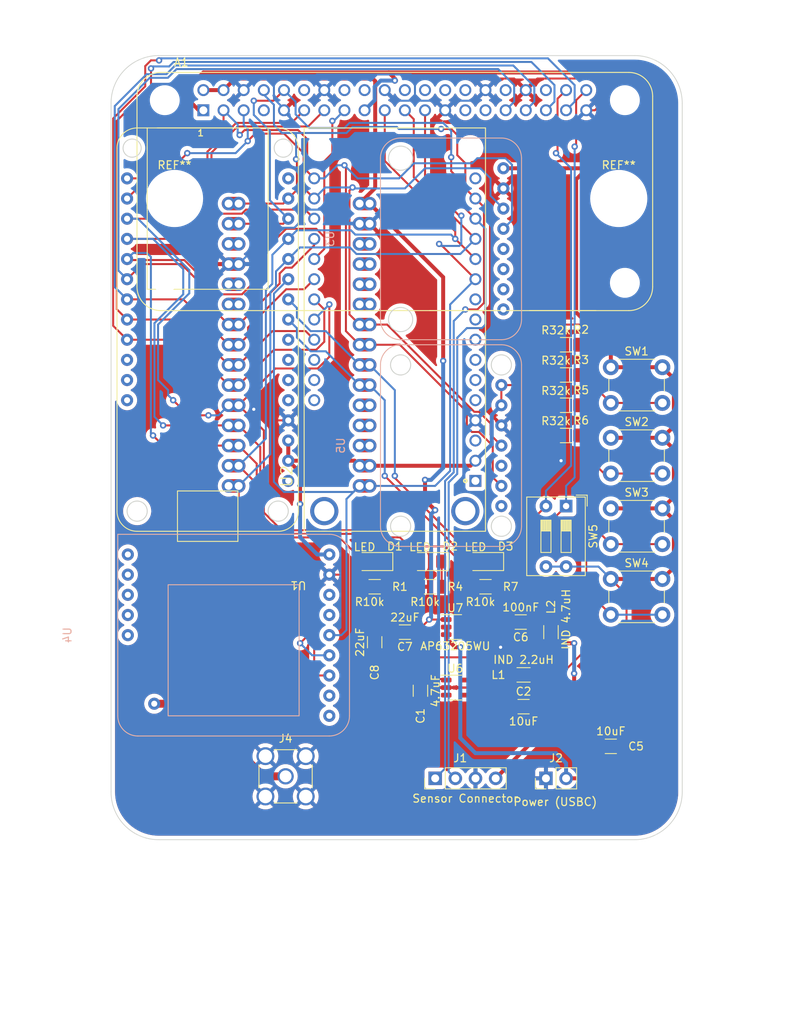
<source format=kicad_pcb>
(kicad_pcb (version 20211014) (generator pcbnew)
  (layers (0 "F.Cu" signal) (31 "B.Cu" signal) (34 "B.Paste" user) (35 "F.Paste" user) (36 "B.SilkS" user "B.Silkscreen") (37 "F.SilkS" user "F.Silkscreen") (38 "B.Mask" user) (39 "F.Mask" user) (44 "Edge.Cuts" user))
  (net 0 "")
  (net 1 "+3V3")
  (net 2 "+5V")
  (net 3 "/SDA")
  (net 4 "/SCL")
  (net 5 "GND")
  (net 7 "/TX")
  (net 8 "/RX")
  (net 9 "/LED3")
  (net 11 "/LED2")
  (net 12 "/LED1")
  (net 15 "/MOSI")
  (net 16 "/MISO")
  (net 18 "/SCK")
  (net 24 "/SW4")
  (net 26 "/SW3")
  (net 27 "/SW2")
  (net 29 "/SW1")
  (net 30 "/SW6")
  (net 31 "/SW5")
  (net 39 "VIN")
  (net 40 "Net-(L1-Pad1)")
  (net 41 "Net-(C6-Pad1)")
  (net 42 "Net-(C6-Pad2)")
  (net 43 "Net-(C7-Pad2)")
  (net 52 "Net-(D1-Pad1)")
  (net 53 "Net-(D2-Pad1)")
  (net 54 "Net-(D3-Pad1)")
  (net 55 "Net-(R2-Pad1)")
  (net 56 "Net-(R3-Pad1)")
  (net 57 "Net-(R5-Pad1)")
  (net 58 "Net-(R6-Pad1)")
  (net 75 "/SMA")
  (net 84 "/CS")
  (footprint "Adafruit Feather ESP8266:XCVR_Adafruit Feather ESP8266" (layer "F.Cu") (at 64.77 56.515 90)
    (fp_text reference "U2")
    (fp_text value "2821")
  )
  (footprint "Inductor_SMD:L_1206_3216Metric" (layer "F.Cu") (at 84.455 94.615 -90)
    (fp_text reference "L2")
    (fp_text value "IND 4.7uH")
  )
  (footprint "Package_TO_SOT_SMD:TSOT-23-5" (layer "F.Cu") (at 72.39 101.6)
    (fp_text reference "U6")
    (fp_text value "LM3670MF")
  )
  (footprint "Adafruit ESPs:ESP32-S3" (layer "F.Cu") (at 52.61 81.915 180)
    (fp_text reference "U1")
    (fp_text value "ESP32-S3")
    (fp_circle (center 20.955 48.26) (end 22.098 48.26) (layer "Edge.Cuts") (width 0.12) (fill none))
    (fp_circle (center 1.905 48.26) (end 3.048 48.26) (layer "Edge.Cuts") (width 0.12) (fill none))
    (fp_circle (center 20.32 2.54) (end 20.32 1.27) (layer "Edge.Cuts") (width 0.12) (fill none))
    (fp_circle (center 2.54 2.54) (end 3.81 2.54) (layer "Edge.Cuts") (width 0.12) (fill none))
  )
  (footprint "Resistor_SMD:R_1206_3216Metric" (layer "F.Cu") (at 76.2 88.9 180)
    (fp_text reference "R7")
    (fp_text value "R10k")
  )
  (footprint "Capacitor_SMD:C_1206_3216Metric" (layer "F.Cu") (at 81 104)
    (fp_text reference "C2")
    (fp_text value "10uF")
  )
  (footprint "Capacitor_SMD:C_1206_3216Metric" (layer "F.Cu") (at 92 109)
    (fp_text reference "C5")
    (fp_text value "10uF")
  )
  (footprint "Capacitor_SMD:C_1206_3216Metric" (layer "F.Cu") (at 68 102 -90)
    (fp_text reference "C1")
    (fp_text value "4.7uF")
  )
  (footprint "Button_Switch_THT:SW_PUSH_6mm" (layer "F.Cu") (at 92 70.14)
    (fp_text reference "SW2")
    (fp_text value "SW_MEC_5E")
  )
  (footprint "LED_SMD:LED_1206_3216Metric" (layer "F.Cu") (at 62.23 85.725 180)
    (fp_text reference "D1")
    (fp_text value "LED")
  )
  (footprint "Resistor_SMD:R_1206_3216Metric" (layer "F.Cu") (at 86.36 62.23 180)
    (fp_text reference "R3")
    (fp_text value "R32k")
  )
  (footprint "Resistor_SMD:R_1206_3216Metric" (layer "F.Cu") (at 86.36 58.42 180)
    (fp_text reference "R2")
    (fp_text value "R32k")
  )
  (footprint "Button_Switch_THT:SW_PUSH_6mm" (layer "F.Cu") (at 92 79.03)
    (fp_text reference "SW3")
    (fp_text value "SW_MEC_5E")
  )
  (footprint "MountingHole:MountingHole_3.2mm_M3" (layer "F.Cu") (at 37 40)
    (fp_text reference "REF**")
    (fp_text value "MountingHole_3.2mm_M3")
  )
  (footprint "Connector_Coaxial:SMA_Amphenol_132134-11_Vertical" (layer "F.Cu") (at 51 112.776)
    (fp_text reference "J4")
    (fp_text value "Conn_Coaxial")
  )
  (footprint "Capacitor_SMD:C_1206_3216Metric" (layer "F.Cu") (at 80.645 93.345 180)
    (fp_text reference "C6")
    (fp_text value "100nF")
  )
  (footprint "Arduino Nano:NANO_33_Socket_Castell" (layer "F.Cu") (at 52.705 58.42 90)
    (fp_text reference "J3")
    (fp_text value "Arduino-NANO-33")
  )
  (footprint "Connector_PinHeader_2.54mm:PinHeader_1x02_P2.54mm_Vertical" (layer "F.Cu") (at 83.82 113.03 90)
    (fp_text reference "J2")
    (fp_text value "Power (USBC)")
  )
  (footprint "Button_Switch_THT:SW_PUSH_6mm" (layer "F.Cu") (at 92 61.25)
    (fp_text reference "SW1")
    (fp_text value "SW_MEC_5E")
  )
  (footprint "pi_zero:ADA3708_RPI-ZERO" (layer "F.Cu") (at 64.77 27.62)
    (fp_text reference "A1")
    (fp_text value "Pi-Zero")
  )
  (footprint "Capacitor_SMD:C_1206_3216Metric" (layer "F.Cu") (at 66.04 94.615 180)
    (fp_text reference "C7")
    (fp_text value "22uF")
  )
  (footprint "Button_Switch_THT:SW_PUSH_6mm" (layer "F.Cu") (at 92 87.92)
    (fp_text reference "SW4")
    (fp_text value "SW_MEC_5E")
  )
  (footprint "Button_Switch_THT:SW_DIP_SPSTx02_Slide_9.78x7.26mm_W7.62mm_P2.54mm" (layer "F.Cu") (at 86.36 78.74 -90)
    (fp_text reference "SW5")
    (fp_text value "SW_DIP_x02")
  )
  (footprint "Package_TO_SOT_SMD:TSOT-23-6" (layer "F.Cu") (at 72.39 93.98)
    (fp_text reference "U7")
    (fp_text value "AP63205WU")
  )
  (footprint "LED_SMD:LED_1206_3216Metric" (layer "F.Cu") (at 76.2 85.725 180)
    (fp_text reference "D3")
    (fp_text value "LED")
  )
  (footprint "Resistor_SMD:R_1206_3216Metric" (layer "F.Cu") (at 69.215 88.9 180)
    (fp_text reference "R4")
    (fp_text value "R10k")
  )
  (footprint "LED_SMD:LED_1206_3216Metric" (layer "F.Cu") (at 69.215 85.725 180)
    (fp_text reference "D2")
    (fp_text value "LED")
  )
  (footprint "Connector_PinHeader_2.54mm:PinHeader_1x04_P2.54mm_Vertical" (layer "F.Cu") (at 69.86 113.03 90)
    (fp_text reference "J1")
    (fp_text value "Sensor Connector")
  )
  (footprint "Resistor_SMD:R_1206_3216Metric" (layer "F.Cu") (at 86.36 69.85 180)
    (fp_text reference "R6")
    (fp_text value "R32k")
  )
  (footprint "Resistor_SMD:R_1206_3216Metric" (layer "F.Cu") (at 62.23 88.9 180)
    (fp_text reference "R1")
    (fp_text value "R10k")
  )
  (footprint "Capacitor_SMD:C_1206_3216Metric" (layer "F.Cu") (at 62.23 95.885 -90)
    (fp_text reference "C8")
    (fp_text value "22uF")
  )
  (footprint "MountingHole:MountingHole_3.2mm_M3" (layer "F.Cu") (at 93 40)
    (fp_text reference "REF**")
    (fp_text value "MountingHole_3.2mm_M3")
  )
  (footprint "Inductor_SMD:L_1206_3216Metric" (layer "F.Cu") (at 81 100)
    (fp_text reference "L1")
    (fp_text value "IND 2.2uH")
  )
  (footprint "Resistor_SMD:R_1206_3216Metric" (layer "F.Cu") (at 86.36 66.04 180)
    (fp_text reference "R5")
    (fp_text value "R32k")
  )
  (footprint "Adafruit_Sensors:BME280 I2C Temperature Sensor" (layer "B.Cu") (at 62.96 71.12 -90)
    (fp_text reference "U5")
    (fp_text value "BME280_Temperature_Sensor")
    (fp_circle (center -10.16 -2.54) (end -8.89 -2.54) (layer "Edge.Cuts") (width 0.12) (fill none))
    (fp_circle (center 10.16 -15.24) (end 10.16 -13.97) (layer "Edge.Cuts") (width 0.12) (fill none))
    (fp_circle (center 10.16 -2.54) (end 11.43 -2.54) (layer "Edge.Cuts") (width 0.12) (fill none))
    (fp_circle (center -10.16 -15.24) (end -10.16 -13.97) (layer "Edge.Cuts") (width 0.12) (fill none))
  )
  (footprint "Adafruit_Sensors:DS3231 Precision RTC" (layer "B.Cu") (at 62.96 45.085 -90)
    (fp_text reference "U3")
    (fp_text value "DS3231_Precision_RTC")
    (fp_circle (center -10.16 -2.54) (end -8.636 -2.54) (layer "Edge.Cuts") (width 0.12) (fill none))
    (fp_circle (center 10.16 -2.54) (end 11.684 -2.54) (layer "Edge.Cuts") (width 0.12) (fill none))
  )
  (footprint "Adafruit_Sensors:FM95W LoRa Radio Transceiver" (layer "B.Cu") (at 29.845 94.996 -90)
    (fp_text reference "U4")
    (fp_text value "RFM95W_LoRa_Radio_Transceiver")
  )
  (gr_arc (start 95 22) (mid 99.242641 23.757359) (end 101 28) (layer "Edge.Cuts") (width 0.1))
  (gr_line (start 35 120.757359) (end 95 120.757359) (layer "Edge.Cuts") (width 0.1))
  (gr_line (start 101 114.757359) (end 101 28) (layer "Edge.Cuts") (width 0.1))
  (gr_arc (start 101 114.757359) (mid 99.242641 119) (end 95 120.757359) (layer "Edge.Cuts") (width 0.1))
  (gr_line (start 35 22) (end 95 22) (layer "Edge.Cuts") (width 0.1))
  (gr_arc (start 29 28) (mid 30.757359 23.757359) (end 35 22) (layer "Edge.Cuts") (width 0.1))
  (gr_line (start 29 28) (end 29 114.757359) (layer "Edge.Cuts") (width 0.1))
  (gr_arc (start 35 120.757359) (mid 30.757359 119) (end 29 114.757359) (layer "Edge.Cuts") (width 0.1))
  (segment (start 40.64 24.13) (end 64.008 24.13) (width 0.5) (layer "F.Cu") (net 1))
  (segment (start 51.34 73.025) (end 59.69 73.025) (width 0.5) (layer "F.Cu") (net 1))
  (segment (start 86.106 99.568) (end 83.007 99.568) (width 0.25) (layer "F.Cu") (net 1))
  (segment (start 83.007 99.568) (end 82.575 100) (width 0.25) (layer "F.Cu") (net 1))
  (segment (start 98.5 87.92) (end 92 87.92) (width 0.5) (layer "F.Cu") (net 1))
  (segment (start 61.595 73.66) (end 74.295 73.66) (width 0.5) (layer "F.Cu") (net 1))
  (segment (start 38.608 27.432) (end 38.608 26.162) (width 0.5) (layer "F.Cu") (net 1))
  (segment (start 73.5275 102.55) (end 78.075 102.55) (width 0.25) (layer "F.Cu") (net 1))
  (segment (start 78.2 63.5) (end 78.2 66.04) (width 0.25) (layer "F.Cu") (net 1))
  (segment (start 38.608 26.162) (end 40.64 24.13) (width 0.5) (layer "F.Cu") (net 1))
  (segment (start 59.69 73.025) (end 60.325 73.66) (width 0.5) (layer "F.Cu") (net 1))
  (segment (start 87.63 37.592) (end 87.63 54.34) (width 0.5) (layer "F.Cu") (net 1))
  (segment (start 64.008 24.13) (end 90.424 24.13) (width 0.5) (layer "F.Cu") (net 1))
  (segment (start 40.066 28.89) (end 38.608 27.432) (width 0.5) (layer "F.Cu") (net 1))
  (segment (start 92.548632 95.25) (end 93.98 93.818632) (width 0.25) (layer "F.Cu") (net 1))
  (segment (start 91.186 34.036) (end 89.027 36.195) (width 0.5) (layer "F.Cu") (net 1))
  (segment (start 98.5 70.14) (end 99.949511 71.589511) (width 0.5) (layer "F.Cu") (net 1))
  (segment (start 98.5 70.14) (end 92 70.14) (width 0.5) (layer "F.Cu") (net 1))
  (segment (start 89.17 55.88) (end 83.82 55.88) (width 0.25) (layer "F.Cu") (net 1))
  (segment (start 99.949511 80.479511) (end 99.949511 86.470489) (width 0.5) (layer "F.Cu") (net 1))
  (segment (start 98.5 79.03) (end 92 79.03) (width 0.5) (layer "F.Cu") (net 1))
  (segment (start 40.64 28.89) (end 40.066 28.89) (width 0.5) (layer "F.Cu") (net 1))
  (segment (start 92 61.25) (end 98.5 61.25) (width 0.5) (layer "F.Cu") (net 1))
  (segment (start 51.34 70.485) (end 51.34 73.025) (width 0.5) (layer "F.Cu") (net 1))
  (segment (start 92 58.71) (end 92 61.25) (width 0.5) (layer "F.Cu") (net 1))
  (segment (start 74.295 73.66) (end 74.93 73.025) (width 0.5) (layer "F.Cu") (net 1))
  (segment (start 93.98 93.818632) (end 93.98 89.9) (width 0.25) (layer "F.Cu") (net 1))
  (segment (start 64.77 24.892) (end 64.77 25.146) (width 0.5) (layer "F.Cu") (net 1))
  (segment (start 80.01 63.5) (end 78.2 63.5) (width 0.25) (layer "F.Cu") (net 1))
  (segment (start 99.949511 77.580489) (end 98.5 79.03) (width 0.5) (layer "F.Cu") (net 1))
  (segment (start 89.027 36.195) (end 87.63 37.592) (width 0.5) (layer "F.Cu") (net 1))
  (segment (start 99.949511 86.470489) (end 98.5 87.92) (width 0.5) (layer "F.Cu") (net 1))
  (segment (start 79.525 103.05) (end 79.525 104) (width 0.25) (layer "F.Cu") (net 1))
  (segment (start 98.5 61.25) (end 99.949511 62.699511) (width 0.5) (layer "F.Cu") (net 1))
  (segment (start 52.832 74.517) (end 51.34 73.025) (width 0.5) (layer "F.Cu") (net 1))
  (segment (start 52.832 78.486) (end 52.832 74.517) (width 0.5) (layer "F.Cu") (net 1))
  (segment (start 82.575 100) (end 79.525 103.05) (width 0.25) (layer "F.Cu") (net 1))
  (segment (start 86.106 99.568) (end 90.424 95.25) (width 0.25) (layer "F.Cu") (net 1))
  (segment (start 90.424 95.25) (end 92.548632 95.25) (width 0.25) (layer "F.Cu") (net 1))
  (segment (start 78.075 102.55) (end 79.525 104) (width 0.25) (layer "F.Cu") (net 1))
  (segment (start 99.949511 68.690489) (end 98.5 70.14) (width 0.5) (layer "F.Cu") (net 1))
  (segment (start 83.82 55.88) (end 81.28 58.42) (width 0.25) (layer "F.Cu") (net 1))
  (segment (start 81.28 58.42) (end 81.28 62.23) (width 0.25) (layer "F.Cu") (net 1))
  (segment (start 87.63 54.34) (end 92 58.71) (width 0.5) (layer "F.Cu") (net 1))
  (segment (start 99.949511 62.699511) (end 99.949511 68.690489) (width 0.5) (layer "F.Cu") (net 1))
  (segment (start 81.28 62.23) (end 80.01 63.5) (width 0.25) (layer "F.Cu") (net 1))
  (segment (start 90.424 24.13) (end 91.186 24.892) (width 0.5) (layer "F.Cu") (net 1))
  (segment (start 91.186 24.892) (end 91.186 34.036) (width 0.5) (layer "F.Cu") (net 1))
  (segment (start 99.949511 71.589511) (end 99.949511 77.580489) (width 0.5) (layer "F.Cu") (net 1))
  (segment (start 64.008 24.13) (end 64.77 24.892) (width 0.5) (layer "F.Cu") (net 1))
  (segment (start 98.5 79.03) (end 99.949511 80.479511) (width 0.5) (layer "F.Cu") (net 1))
  (segment (start 89.027 36.195) (end 78.454 36.195) (width 0.5) (layer "F.Cu") (net 1))
  (segment (start 93.98 89.9) (end 92 87.92) (width 0.25) (layer "F.Cu") (net 1))
  (segment (start 60.325 73.66) (end 61.595 73.66) (width 0.5) (layer "F.Cu") (net 1))
  (via (at 52.832 78.486) (size 0.8) (drill 0.4) (layers "F.Cu" "B.Cu") (net 1))
  (via (at 64.77 25.146) (size 0.8) (drill 0.4) (layers "F.Cu" "B.Cu") (net 1))
  (segment (start 90.44 86.36) (end 92 87.92) (width 0.25) (layer "B.Cu") (net 1))
  (segment (start 62.23 27.62) (end 60.96 28.89) (width 0.5) (layer "B.Cu") (net 1))
  (segment (start 76.988489 70.966511) (end 76.988489 67.251511) (width 0.5) (layer "B.Cu") (net 1))
  (segment (start 83.82 86.36) (end 86.36 86.36) (width 0.25) (layer "B.Cu") (net 1))
  (segment (start 62.23 25.917977) (end 62.23 27.62) (width 0.5) (layer "B.Cu") (net 1))
  (segment (start 52.832 82.677) (end 52.832 78.486) (width 0.5) (layer "B.Cu") (net 1))
  (segment (start 52.832 82.677) (end 54.991 84.836) (width 0.5) (layer "B.Cu") (net 1))
  (segment (start 63.001977 25.146) (end 62.23 25.917977) (width 0.5) (layer "B.Cu") (net 1))
  (segment (start 86.36 86.36) (end 90.44 86.36) (width 0.25) (layer "B.Cu") (net 1))
  (segment (start 64.77 25.146) (end 63.001977 25.146) (width 0.5) (layer "B.Cu") (net 1))
  (segment (start 74.93 73.025) (end 76.988489 70.966511) (width 0.5) (layer "B.Cu") (net 1))
  (segment (start 76.988489 67.251511) (end 78.2 66.04) (width 0.5) (layer "B.Cu") (net 1))
  (segment (start 54.991 84.836) (end 56.515 84.836) (width 0.5) (layer "B.Cu") (net 1))
  (segment (start 87.376 103.134) (end 87.376 99.822) (width 0.5) (layer "F.Cu") (net 2))
  (segment (start 69.85 79.248) (end 68.58 77.978) (width 0.5) (layer "F.Cu") (net 2))
  (segment (start 71.1275 100.525) (end 71.2525 100.65) (width 0.25) (layer "F.Cu") (net 2))
  (segment (start 87.376 96.012) (end 84.633 96.012) (width 0.5) (layer "F.Cu") (net 2))
  (segment (start 67.515 96.09) (end 67.515 94.615) (width 0.25) (layer "F.Cu") (net 2))
  (segment (start 69.215 97.79) (end 69.215 99.31) (width 0.25) (layer "F.Cu") (net 2))
  (segment (start 71.2525 93.03) (end 69.1 93.03) (width 0.25) (layer "F.Cu") (net 2))
  (segment (start 68.58 77.978) (end 68.58 75.438) (width 0.5) (layer "F.Cu") (net 2))
  (segment (start 43.18 26.35) (end 44.638 24.892) (width 0.5) (layer "F.Cu") (net 2))
  (segment (start 69.215 97.79) (end 67.515 96.09) (width 0.25) (layer "F.Cu") (net 2))
  (segment (start 77.48 113.03) (end 87.376 103.134) (width 0.5) (layer "F.Cu") (net 2))
  (segment (start 62.296489 38.668511) (end 60.325 40.64) (width 0.5) (layer "F.Cu") (net 2))
  (segment (start 69.1 93.03) (end 67.515 94.615) (width 0.25) (layer "F.Cu") (net 2))
  (segment (start 84.455 96.19) (end 80.34 96.19) (width 0.25) (layer "F.Cu") (net 2))
  (segment (start 61.976 24.892) (end 62.296489 25.212489) (width 0.5) (layer "F.Cu") (net 2))
  (segment (start 78.74 97.79) (end 69.215 97.79) (width 0.25) (layer "F.Cu") (net 2))
  (segment (start 61.595 40.64) (end 70.866 49.911) (width 0.5) (layer "F.Cu") (net 2))
  (segment (start 80.34 96.19) (end 78.74 97.79) (width 0.25) (layer "F.Cu") (net 2))
  (segment (start 62.296489 25.212489) (end 62.296489 38.668511) (width 0.5) (layer "F.Cu") (net 2))
  (segment (start 70.866 49.911) (end 70.866 60.452) (width 0.5) (layer "F.Cu") (net 2))
  (segment (start 68 100.525) (end 71.1275 100.525) (width 0.25) (layer "F.Cu") (net 2))
  (segment (start 44.638 24.892) (end 61.976 24.892) (width 0.5) (layer "F.Cu") (net 2))
  (segment (start 84.633 96.012) (end 84.455 96.19) (width 0.5) (layer "F.Cu") (net 2))
  (segment (start 40.64 26.35) (end 43.18 26.35) (width 0.5) (layer "F.Cu") (net 2))
  (segment (start 69.215 99.31) (end 68 100.525) (width 0.25) (layer "F.Cu") (net 2))
  (via (at 68.58 75.438) (size 0.8) (drill 0.4) (layers "F.Cu" "B.Cu") (net 2))
  (via (at 69.85 79.248) (size 0.8) (drill 0.4) (layers "F.Cu" "B.Cu") (net 2))
  (via (at 87.376 99.822) (size 0.8) (drill 0.4) (layers "F.Cu" "B.Cu") (net 2))
  (via (at 70.866 60.452) (size 0.8) (drill 0.4) (layers "F.Cu" "B.Cu") (net 2))
  (via (at 87.376 96.012) (size 0.8) (drill 0.4) (layers "F.Cu" "B.Cu") (net 2))
  (via (at 69.1 93.03) (size 0.8) (drill 0.4) (layers "F.Cu" "B.Cu") (net 2))
  (segment (start 69.342 75.438) (end 68.58 75.438) (width 0.5) (layer "B.Cu") (net 2))
  (segment (start 69.342 92.788) (end 69.1 93.03) (width 0.5) (layer "B.Cu") (net 2))
  (segment (start 87.376 99.822) (end 87.376 96.012) (width 0.5) (layer "B.Cu") (net 2))
  (segment (start 69.85 79.248) (end 69.342 79.756) (width 0.5) (layer "B.Cu") (net 2))
  (segment (start 70.866 60.452) (end 70.866 73.914) (width 0.5) (layer "B.Cu") (net 2))
  (segment (start 69.342 79.756) (end 69.342 92.788) (width 0.5) (layer "B.Cu") (net 2))
  (segment (start 70.866 73.914) (end 69.342 75.438) (width 0.5) (layer "B.Cu") (net 2))
  (segment (start 31.02 37.465) (end 32.385 37.465) (width 0.25) (layer "F.Cu") (net 3))
  (segment (start 45.212 32.004) (end 45.83696 31.37904) (width 0.25) (layer "F.Cu") (net 3))
  (segment (start 38.1 31.75) (end 41.91 31.75) (width 0.25) (layer "F.Cu") (net 3))
  (segment (start 41.91 31.75) (end 43.18 30.48) (width 0.25) (layer "F.Cu") (net 3))
  (segment (start 58.60548 35.99948) (end 58.60548 56.70048) (width 0.25) (layer "F.Cu") (net 3))
  (segment (start 73.851489 66.866489) (end 73.851489 68.771489) (width 0.25) (layer "F.Cu") (net 3))
  (segment (start 65.405 58.42) (end 73.851489 66.866489) (width 0.25) (layer "F.Cu") (net 3))
  (segment (start 53.727479 32.528519) (end 53.727479 36.582479) (width 0.25) (layer "F.Cu") (net 3))
  (segment (start 43.18 30.48) (end 43.18 28.89) (width 0.25) (layer "F.Cu") (net 3))
  (segment (start 77.113489 71.143243) (end 77.113489 75.113489) (width 0.25) (layer "F.Cu") (net 3))
  (segment (start 32.385 37.465) (end 38.1 31.75) (width 0.25) (layer "F.Cu") (net 3))
  (segment (start 74.486489 69.406489) (end 75.376735 69.406489) (width 0.25) (layer "F.Cu") (net 3))
  (segment (start 75.376735 69.406489) (end 77.113489 71.143243) (width 0.25) (layer "F.Cu") (net 3))
  (segment (start 58.60548 56.70048) (end 60.325 58.42) (width 0.25) (layer "F.Cu") (net 3))
  (segment (start 77.113489 75.113489) (end 78.2 76.2) (width 0.25) (layer "F.Cu") (net 3))
  (segment (start 53.727479 36.582479) (end 54.61 37.465) (width 0.25) (layer "F.Cu") (net 3))
  (segment (start 58.42 35.814) (end 58.60548 35.99948) (width 0.25) (layer "F.Cu") (net 3))
  (segment (start 61.595 58.42) (end 65.405 58.42) (width 0.25) (layer "F.Cu") (net 3))
  (segment (start 45.83696 31.37904) (end 52.578 31.37904) (width 0.25) (layer "F.Cu") (net 3))
  (segment (start 52.578 31.37904) (end 53.727479 32.528519) (width 0.25) (layer "F.Cu") (net 3))
  (segment (start 73.851489 68.771489) (end 74.486489 69.406489) (width 0.25) (layer "F.Cu") (net 3))
  (via (at 58.42 35.814) (size 0.8) (drill 0.4) (layers "F.Cu" "B.Cu") (net 3))
  (via (at 45.212 32.004) (size 0.8) (drill 0.4) (layers "F.Cu" "B.Cu") (net 3))
  (segment (start 79.540511 42.728489) (end 79.540511 35.744951) (width 0.25) (layer "B.Cu") (net 3))
  (segment (start 44.958 30.668) (end 44.958 31.75) (width 0.25) (layer "B.Cu") (net 3))
  (segment (start 55.88 37.465) (end 54.61 37.465) (width 0.25) (layer "B.Cu") (net 3))
  (segment (start 67.198073 35.56) (end 65.293073 37.465) (width 0.25) (layer "B.Cu") (net 3))
  (segment (start 74.5361 35.56) (end 67.198073 35.56) (width 0.25) (layer "B.Cu") (net 3))
  (segment (start 75.1711 34.925) (end 74.5361 35.56) (width 0.25) (layer "B.Cu") (net 3))
  (segment (start 78.454 43.815) (end 79.540511 42.728489) (width 0.25) (layer "B.Cu") (net 3))
  (segment (start 65.293073 37.465) (end 60.071 37.465) (width 0.25) (layer "B.Cu") (net 3))
  (segment (start 78.72056 34.925) (end 75.1711 34.925) (width 0.25) (layer "B.Cu") (net 3))
  (segment (start 60.071 37.465) (end 58.42 35.814) (width 0.25) (layer "B.Cu") (net 3))
  (segment (start 43.18 28.89) (end 44.958 30.668) (width 0.25) (layer "B.Cu") (net 3))
  (segment (start 58.42 35.814) (end 57.531 35.814) (width 0.25) (layer "B.Cu") (net 3))
  (segment (start 79.540511 35.744951) (end 78.72056 34.925) (width 0.25) (layer "B.Cu") (net 3))
  (segment (start 57.531 35.814) (end 55.88 37.465) (width 0.25) (layer "B.Cu") (net 3))
  (segment (start 44.958 31.75) (end 45.212 32.004) (width 0.25) (layer "B.Cu") (net 3))
  (segment (start 53.277959 38.672959) (end 54.61 40.005) (width 0.25) (layer "F.Cu") (net 4))
  (segment (start 61.595 55.88) (end 63.800058 55.88) (width 0.25) (layer "F.Cu") (net 4))
  (segment (start 75.376735 66.866489) (end 76.835 68.324754) (width 0.25) (layer "F.Cu") (net 4))
  (segment (start 59.055 38.989) (end 59.436 38.608) (width 0.25) (layer "F.Cu") (net 4))
  (segment (start 60.325 55.88) (end 59.055 54.61) (width 0.25) (layer "F.Cu") (net 4))
  (segment (start 59.055 54.61) (end 59.055 38.989) (width 0.25) (layer "F.Cu") (net 4))
  (segment (start 38.608 34.29) (end 37.338 35.56) (width 0.25) (layer "F.Cu") (net 4))
  (segment (start 35.465 35.56) (end 31.02 40.005) (width 0.25) (layer "F.Cu") (net 4))
  (segment (start 74.786547 66.866489) (end 75.376735 66.866489) (width 0.25) (layer "F.Cu") (net 4))
  (segment (start 63.800058 55.88) (end 74.786547 66.866489) (width 0.25) (layer "F.Cu") (net 4))
  (segment (start 53.277959 34.29) (end 53.277959 38.672959) (width 0.25) (layer "F.Cu") (net 4))
  (segment (start 37.338 35.56) (end 35.465 35.56) (width 0.25) (layer "F.Cu") (net 4))
  (segment (start 47.16544 31.82856) (end 50.816519 31.82856) (width 0.25) (layer "F.Cu") (net 4))
  (segment (start 46.228 32.766) (end 47.16544 31.82856) (width 0.25) (layer "F.Cu") (net 4))
  (segment (start 76.835 68.324754) (end 76.835 69.755) (width 0.25) (layer "F.Cu") (net 4))
  (segment (start 76.835 69.755) (end 78.2 71.12) (width 0.25) (layer "F.Cu") (net 4))
  (segment (start 50.816519 31.82856) (end 53.277959 34.29) (width 0.25) (layer "F.Cu") (net 4))
  (via (at 46.228 32.766) (size 0.8) (drill 0.4) (layers "F.Cu" "B.Cu") (net 4))
  (via (at 59.436 38.608) (size 0.8) (drill 0.4) (layers "F.Cu" "B.Cu") (net 4))
  (via (at 38.608 34.29) (size 0.8) (drill 0.4) (layers "F.Cu" "B.Cu") (net 4))
  (segment (start 66.04 38.735) (end 68.58 36.195) (width 0.25) (layer "B.Cu") (net 4))
  (segment (start 76.835 37.465) (end 76.835 39.656) (width 0.25) (layer "B.Cu") (net 4))
  (segment (start 56.007 38.608) (end 59.436 38.608) (width 0.25) (layer "B.Cu") (net 4))
  (segment (start 75.565 36.195) (end 76.835 37.465) (width 0.25) (layer "B.Cu") (net 4))
  (segment (start 54.61 40.005) (end 56.007 38.608) (width 0.25) (layer "B.Cu") (net 4))
  (segment (start 45.72 30.734) (end 46.228 31.242) (width 0.25) (layer "B.Cu") (net 4))
  (segment (start 45.72 28.89) (end 45.72 30.734) (width 0.25) (layer "B.Cu") (net 4))
  (segment (start 46.228 31.242) (end 46.228 32.766) (width 0.25) (layer "B.Cu") (net 4))
  (segment (start 59.436 38.608) (end 59.563 38.735) (width 0.25) (layer "B.Cu") (net 4))
  (segment (start 44.704 34.29) (end 46.228 32.766) (width 0.25) (layer "B.Cu") (net 4))
  (segment (start 38.608 34.29) (end 44.704 34.29) (width 0.25) (layer "B.Cu") (net 4))
  (segment (start 68.58 36.195) (end 75.565 36.195) (width 0.25) (layer "B.Cu") (net 4))
  (segment (start 59.563 38.735) (end 66.04 38.735) (width 0.25) (layer "B.Cu") (net 4))
  (segment (start 76.835 39.656) (end 78.454 41.275) (width 0.25) (layer "B.Cu") (net 4))
  (segment (start 48.387 67.945) (end 51.34 67.945) (width 0.25) (layer "F.Cu") (net 5))
  (segment (start 90.61148 26.09548) (end 90.61148 28.26052) (width 0.25) (layer "F.Cu") (net 5))
  (segment (start 90.61148 28.26052) (end 89.982 28.89) (width 0.25) (layer "F.Cu") (net 5))
  (segment (start 62.09202 90.22452) (end 66.42798 90.22452) (width 0.5) (layer "F.Cu") (net 5))
  (segment (start 59.2435 87.376) (end 60.7675 88.9) (width 0.25) (layer "F.Cu") (net 5))
  (segment (start 84.8975 69.85) (end 84.8975 72.1975) (width 0.5) (layer "F.Cu") (net 5))
  (segment (start 77.658 24.892) (end 79.822 24.892) (width 0.25) (layer "F.Cu") (net 5))
  (segment (start 76.2 26.35) (end 77.658 24.892) (width 0.25) (layer "F.Cu") (net 5))
  (segment (start 73.41298 90.22452) (end 74.7375 88.9) (width 0.5) (layer "F.Cu") (net 5))
  (segment (start 79.822 24.892) (end 81.28 26.35) (width 0.25) (layer "F.Cu") (net 5))
  (segment (start 82.738 24.892) (end 89.408 24.892) (width 0.25) (layer "F.Cu") (net 5))
  (segment (start 66.42798 90.22452) (end 73.41298 90.22452) (width 0.5) (layer "F.Cu") (net 5))
  (segment (start 84.8975 69.85) (end 84.8975 58.42) (width 0.5) (layer "F.Cu") (net 5))
  (segment (start 89.408 24.892) (end 90.61148 26.09548) (width 0.25) (layer "F.Cu") (net 5))
  (segment (start 78.105 96.52) (end 77.88125 96.52) (width 0.5) (layer "F.Cu") (net 5))
  (segment (start 56.515 87.376) (end 59.2435 87.376) (width 0.25) (layer "F.Cu") (net 5))
  (segment (start 60.7675 88.9) (end 60.7675 95.8975) (width 0.5) (layer "F.Cu") (net 5))
  (segment (start 81.28 26.35) (end 82.738 24.892) (width 0.25) (layer "F.Cu") (net 5))
  (segment (start 62.09202 90.22452) (end 60.7675 88.9) (width 0.5) (layer "F.Cu") (net 5))
  (segment (start 46.99 66.548) (end 48.387 67.945) (width 0.25) (layer "F.Cu") (net 5))
  (segment (start 77.88125 96.52) (end 76.29125 94.93) (width 0.5) (layer "F.Cu") (net 5))
  (segment (start 76.29125 94.93) (end 73.5275 94.93) (width 0.5) (layer "F.Cu") (net 5))
  (segment (start 60.7675 95.8975) (end 62.23 97.36) (width 0.5) (layer "F.Cu") (net 5))
  (segment (start 89.982 28.89) (end 88.9 28.89) (width 0.25) (layer "F.Cu") (net 5))
  (segment (start 84.8975 72.1975) (end 85.725 73.025) (width 0.5) (layer "F.Cu") (net 5))
  (segment (start 66.42798 90.22452) (end 67.7525 88.9) (width 0.5) (layer "F.Cu") (net 5))
  (via (at 85.725 73.025) (size 0.8) (drill 0.4) (layers "F.Cu" "B.Cu") (net 5))
  (via (at 46.99 66.548) (size 0.8) (drill 0.4) (layers "F.Cu" "B.Cu") (net 5))
  (via (at 78.105 96.52) (size 0.8) (drill 0.4) (layers "F.Cu" "B.Cu") (net 5))
  (segment (start 57.404 43.18) (end 55.626 41.402) (width 0.25) (layer "B.Cu") (net 5))
  (segment (start 48.006 63.754) (end 46.99 64.77) (width 0.25) (layer "B.Cu") (net 5))
  (segment (start 67.31 24.892) (end 67.31 26.924) (width 0.25) (layer "B.Cu") (net 5))
  (segment (start 60.325 43.18) (end 57.404 43.18) (width 0.25) (layer "B.Cu") (net 5))
  (segment (start 52.832 42.957283) (end 52.101283 43.688) (width 0.25) (layer "B.Cu") (net 5))
  (segment (start 46.99 64.77) (end 46.99 66.548) (width 0.25) (layer "B.Cu") (net 5))
  (segment (start 49.657 43.688) (end 45.085 48.26) (width 0.25) (layer "B.Cu") (net 5))
  (segment (start 71.12 28.89) (end 72.324 27.686) (width 0.25) (layer "B.Cu") (net 5))
  (segment (start 72.324 27.686) (end 74.864 27.686) (width 0.25) (layer "B.Cu") (net 5))
  (segment (start 54.422 24.892) (end 55.88 26.35) (width 0.25) (layer "B.Cu") (net 5))
  (segment (start 45.085 48.26) (end 46.482 48.26) (width 0.25) (layer "B.Cu") (net 5))
  (segment (start 55.626 41.402) (end 53.34 41.402) (width 0.25) (layer "B.Cu") (net 5))
  (segment (start 74.864 27.686) (end 76.2 26.35) (width 0.25) (layer "B.Cu") (net 5))
  (segment (start 68.072 27.686) (end 69.916 27.686) (width 0.25) (layer "B.Cu") (net 5))
  (segment (start 49.53 25.908) (end 49.53 27.432) (width 0.25) (layer "B.Cu") (net 5))
  (segment (start 66.802 24.384) (end 67.31 24.892) (width 0.25) (layer "B.Cu") (net 5))
  (segment (start 48.006 49.784) (end 48.006 63.754) (width 0.25) (layer "B.Cu") (net 5))
  (segment (start 67.31 26.924) (end 68.072 27.686) (width 0.25) (layer "B.Cu") (net 5))
  (segment (start 52.101283 43.688) (end 49.657 43.688) (width 0.25) (layer "B.Cu") (net 5))
  (segment (start 46.482 48.26) (end 48.006 49.784) (width 0.25) (layer "B.Cu") (net 5))
  (segment (start 48.514 24.892) (end 49.53 25.908) (width 0.25) (layer "B.Cu") (net 5))
  (segment (start 45.72 26.35) (end 47.178 24.892) (width 0.25) (layer "B.Cu") (net 5))
  (segment (start 47.178 24.892) (end 48.514 24.892) (width 0.25) (layer "B.Cu") (net 5))
  (segment (start 67.31 26.924) (end 66.548 27.686) (width 0.25) (layer "B.Cu") (net 5))
  (segment (start 69.916 27.686) (end 71.12 28.89) (width 0.25) (layer "B.Cu") (net 5))
  (segment (start 53.34 41.402) (end 52.832 41.91) (width 0.25) (layer "B.Cu") (net 5))
  (segment (start 54.422 24.892) (end 54.93 24.384) (width 0.25) (layer "B.Cu") (net 5))
  (segment (start 64.836 27.686) (end 63.5 26.35) (width 0.25) (layer "B.Cu") (net 5))
  (segment (start 52.832 41.91) (end 52.832 42.957283) (width 0.25) (layer "B.Cu") (net 5))
  (segment (start 48.514 24.892) (end 54.422 24.892) (width 0.25) (layer "B.Cu") (net 5))
  (segment (start 50.8 28.702) (end 50.8 28.89) (width 0.25) (layer "B.Cu") (net 5))
  (segment (start 54.93 24.384) (end 66.802 24.384) (width 0.25) (layer "B.Cu") (net 5))
  (segment (start 49.53 27.432) (end 50.8 28.702) (width 0.25) (layer "B.Cu") (net 5))
  (segment (start 66.548 27.686) (end 64.836 27.686) (width 0.25) (layer "B.Cu") (net 5))
  (segment (start 50.705 40.64) (end 51.34 40.005) (width 0.25) (layer "F.Cu") (net 7))
  (segment (start 73.66 35.56) (end 73.66 38.735) (width 0.25) (layer "F.Cu") (net 7))
  (segment (start 76.008511 53.151735) (end 76.008511 41.083511) (width 0.25) (layer "F.Cu") (net 7))
  (segment (start 52.324 35.052) (end 52.426511 35.154511) (width 0.25) (layer "F.Cu") (net 7))
  (segment (start 75.185246 53.975) (end 76.008511 53.151735) (width 0.25) (layer "F.Cu") (net 7))
  (segment (start 71.886299 31.246299) (end 72.644 32.004) (width 0.25) (layer "F.Cu") (net 7))
  (segment (start 76.008511 41.083511) (end 74.93 40.005) (width 0.25) (layer "F.Cu") (net 7))
  (segment (start 52.426511 38.918489) (end 51.34 40.005) (width 0.25) (layer "F.Cu") (net 7))
  (segment (start 72.644 32.004) (end 72.644 34.544) (width 0.25) (layer "F.Cu") (net 7))
  (segment (start 70.607701 31.246299) (end 71.886299 31.246299) (width 0.25) (layer "F.Cu") (net 7))
  (segment (start 52.426511 35.154511) (end 52.426511 38.918489) (width 0.25) (layer "F.Cu") (net 7))
  (segment (start 73.66 53.975) (end 75.185246 53.975) (width 0.25) (layer "F.Cu") (net 7))
  (segment (start 45.085 40.64) (end 50.705 40.64) (width 0.25) (layer "F.Cu") (net 7))
  (segment (start 72.644 34.544) (end 73.66 35.56) (width 0.25) (layer "F.Cu") (net 7))
  (segment (start 73.66 38.735) (end 74.93 40.005) (width 0.25) (layer "F.Cu") (net 7))
  (via (at 52.324 35.052) (size 0.8) (drill 0.4) (layers "F.Cu" "B.Cu") (net 7))
  (via (at 73.66 53.975) (size 0.8) (drill 0.4) (layers "F.Cu" "B.Cu") (net 7))
  (via (at 70.607701 31.246299) (size 0.8) (drill 0.4) (layers "F.Cu" "B.Cu") (net 7))
  (segment (start 65.024 30.988) (end 59.436 30.988) (width 0.25) (layer "B.Cu") (net 7))
  (segment (start 71.107969 111.782031) (end 71.107969 75.577749) (width 0.25) (layer "B.Cu") (net 7))
  (segment (start 70.607701 31.246299) (end 65.282299 31.246299) (width 0.25) (layer "B.Cu") (net 7))
  (segment (start 69.86 113.03) (end 71.107969 111.782031) (width 0.25) (layer "B.Cu") (net 7))
  (segment (start 72.19448 74.491238) (end 72.19448 55.44052) (width 0.25) (layer "B.Cu") (net 7))
  (segment (start 58.674 31.75) (end 52.07 31.75) (width 0.25) (layer "B.Cu") (net 7))
  (segment (start 52.324 32.004) (end 52.07 31.75) (width 0.25) (layer "B.Cu") (net 7))
  (segment (start 50.546 31.75) (end 52.07 31.75) (width 0.25) (layer "B.Cu") (net 7))
  (segment (start 48.26 26.35) (end 48.26 26.924) (width 0.25) (layer "B.Cu") (net 7))
  (segment (start 72.19448 55.44052) (end 73.66 53.975) (width 0.25) (layer "B.Cu") (net 7))
  (segment (start 48.26 26.924) (end 49.53 28.194) (width 0.25) (layer "B.Cu") (net 7))
  (segment (start 71.107969 75.577749) (end 72.19448 74.491238) (width 0.25) (layer "B.Cu") (net 7))
  (segment (start 59.436 30.988) (end 58.674 31.75) (width 0.25) (layer "B.Cu") (net 7))
  (segment (start 49.53 28.194) (end 49.53 30.734) (width 0.25) (layer "B.Cu") (net 7))
  (segment (start 52.324 35.052) (end 52.324 32.004) (width 0.25) (layer "B.Cu") (net 7))
  (segment (start 49.53 30.734) (end 50.546 31.75) (width 0.25) (layer "B.Cu") (net 7))
  (segment (start 65.282299 31.246299) (end 65.024 30.988) (width 0.25) (layer "B.Cu") (net 7))
  (segment (start 72.39 37.084) (end 72.39 40.005) (width 0.25) (layer "F.Cu") (net 8))
  (segment (start 72.39 40.005) (end 74.93 42.545) (width 0.25) (layer "F.Cu") (net 8))
  (segment (start 71.877701 36.571701) (end 72.39 37.084) (width 0.25) (layer "F.Cu") (net 8))
  (segment (start 50.705 43.18) (end 51.34 42.545) (width 0.25) (layer "F.Cu") (net 8))
  (segment (start 49.464 27.686) (end 46.99 27.686) (width 0.25) (layer "F.Cu") (net 8))
  (segment (start 45.085 43.18) (end 50.705 43.18) (width 0.25) (layer "F.Cu") (net 8))
  (segment (start 50.8 26.35) (end 49.464 27.686) (width 0.25) (layer "F.Cu") (net 8))
  (segment (start 71.877701 34.802299) (end 71.877701 36.571701) (width 0.25) (layer "F.Cu") (net 8))
  (via (at 71.877701 34.802299) (size 0.8) (drill 0.4) (layers "F.Cu" "B.Cu") (net 8))
  (via (at 46.99 27.686) (size 0.8) (drill 0.4) (layers "F.Cu" "B.Cu") (net 8))
  (segment (start 76.2 55.88) (end 76.2 43.815) (width 0.25) (layer "B.Cu") (net 8))
  (segment (start 75.756489 56.323511) (end 76.2 55.88) (width 0.25) (layer "B.Cu") (net 8))
  (segment (start 52.261489 27.811489) (end 52.261489 29.401489) (width 0.25) (layer "B.Cu") (net 8))
  (segment (start 51.34 42.545) (end 49.022 40.227) (width 0.25) (layer "B.Cu") (net 8))
  (segment (start 73.851489 56.323511) (end 75.756489 56.323511) (width 0.25) (layer "B.Cu") (net 8))
  (segment (start 46.99 29.464) (end 46.99 27.686) (width 0.25) (layer "B.Cu") (net 8))
  (segment (start 76.2 43.815) (end 74.93 42.545) (width 0.25) (layer "B.Cu") (net 8))
  (segment (start 58.42 31.115) (end 59.055 30.48) (width 0.25) (layer "B.Cu") (net 8))
  (segment (start 53.975 31.115) (end 58.42 31.115) (width 0.25) (layer "B.Cu") (net 8))
  (segment (start 71.877701 31.491701) (end 71.877701 34.802299) (width 0.25) (layer "B.Cu") (net 8))
  (segment (start 49.022 31.496) (end 46.99 29.464) (width 0.25) (layer "B.Cu") (net 8))
  (segment (start 72.4 113.03) (end 71.557489 112.187489) (width 0.25) (layer "B.Cu") (net 8))
  (segment (start 71.557489 75.763947) (end 72.644 74.677436) (width 0.25) (layer "B.Cu") (net 8))
  (segment (start 59.055 30.48) (end 70.866 30.48) (width 0.25) (layer "B.Cu") (net 8))
  (segment (start 70.866 30.48) (end 71.877701 31.491701) (width 0.25) (layer "B.Cu") (net 8))
  (segment (start 49.022 40.227) (end 49.022 31.496) (width 0.25) (layer "B.Cu") (net 8))
  (segment (start 50.8 26.35) (end 52.261489 27.811489) (width 0.25) (layer "B.Cu") (net 8))
  (segment (start 72.644 57.531) (end 73.851489 56.323511) (width 0.25) (layer "B.Cu") (net 8))
  (segment (start 52.261489 29.401489) (end 53.975 31.115) (width 0.25) (layer "B.Cu") (net 8))
  (segment (start 72.644 74.677436) (end 72.644 57.531) (width 0.25) (layer "B.Cu") (net 8))
  (segment (start 71.557489 112.187489) (end 71.557489 75.763947) (width 0.25) (layer "B.Cu") (net 8))
  (segment (start 38.914282 44.45) (end 41.148 42.216282) (width 0.25) (layer "F.Cu") (net 9))
  (segment (start 41.148 34.0995) (end 44.7675 30.48) (width 0.25) (layer "F.Cu") (net 9))
  (segment (start 56.515 53.34) (end 56.515 59.945246) (width 0.25) (layer "F.Cu") (net 9))
  (segment (start 73.025 85.725) (end 71.12 83.82) (width 0.25) (layer "F.Cu") (net 9))
  (segment (start 41.148 42.216282) (end 41.148 34.0995) (width 0.25) (layer "F.Cu") (net 9))
  (segment (start 74.8 85.725) (end 73.025 85.725) (width 0.25) (layer "F.Cu") (net 9))
  (segment (start 33.545 42.545) (end 35.45 44.45) (width 0.25) (layer "F.Cu") (net 9))
  (segment (start 71.12 83.82) (end 66.554856 83.82) (width 0.25) (layer "F.Cu") (net 9))
  (segment (start 64.137701 82.679701) (end 63.246 81.788) (width 0.25) (layer "F.Cu") (net 9))
  (segment (start 44.7675 30.48) (end 51.75 30.48) (width 0.25) (layer "F.Cu") (net 9))
  (segment (start 51.75 30.48) (end 53.34 28.89) (width 0.25) (layer "F.Cu") (net 9))
  (segment (start 66.554856 83.82) (end 65.414557 82.679701) (width 0.25) (layer "F.Cu") (net 9))
  (segment (start 49.713489 61.411511) (end 45.085 66.04) (width 0.25) (layer "F.Cu") (net 9))
  (segment (start 63.246 81.788) (end 50.502442 81.788) (width 0.25) (layer "F.Cu") (net 9))
  (segment (start 50.502442 81.788) (end 48.26 79.545558) (width 0.25) (layer "F.Cu") (net 9))
  (segment (start 48.26 69.215) (end 45.085 66.04) (width 0.25) (layer "F.Cu") (net 9))
  (segment (start 31.02 42.545) (end 33.545 42.545) (width 0.25) (layer "F.Cu") (net 9))
  (segment (start 56.515 59.945246) (end 55.048735 61.411511) (width 0.25) (layer "F.Cu") (net 9))
  (segment (start 48.26 79.545558) (end 48.26 69.215) (width 0.25) (layer "F.Cu") (net 9))
  (segment (start 65.414557 82.679701) (end 64.137701 82.679701) (width 0.25) (layer "F.Cu") (net 9))
  (segment (start 55.048735 61.411511) (end 49.713489 61.411511) (width 0.25) (layer "F.Cu") (net 9))
  (segment (start 36.83 65.405) (end 38.735 67.31) (width 0.25) (layer "F.Cu") (net 9))
  (segment (start 35.45 44.45) (end 38.914282 44.45) (width 0.25) (layer "F.Cu") (net 9))
  (segment (start 38.735 67.31) (end 41.275 67.31) (width 0.25) (layer "F.Cu") (net 9))
  (via (at 36.83 65.405) (size 0.8) (drill 0.4) (layers "F.Cu" "B.Cu") (net 9))
  (via (at 41.275 67.31) (size 0.8) (drill 0.4) (layers "F.Cu" "B.Cu") (net 9))
  (via (at 56.515 53.34) (size 0.8) (drill 0.4) (layers "F.Cu" "B.Cu") (net 9))
  (segment (start 36.195 64.77) (end 36.83 65.405) (width 0.25) (layer "B.Cu") (net 9))
  (segment (start 31.02 42.545) (end 32.385 42.545) (width 0.25) (layer "B.Cu") (net 9))
  (segment (start 38.862 49.022) (end 38.862 51.943717) (width 0.25) (layer "B.Cu") (net 9))
  (segment (start 34.925 62.865) (end 36.195 64.135) (width 0.25) (layer "B.Cu") (net 9))
  (segment (start 36.195 64.135) (end 36.195 64.77) (width 0.25) (layer "B.Cu") (net 9))
  (segment (start 32.385 42.545) (end 38.862 49.022) (width 0.25) (layer "B.Cu") (net 9))
  (segment (start 42.545 67.31) (end 43.815 66.04) (width 0.25) (layer "B.Cu") (net 9))
  (segment (start 41.275 67.31) (end 42.545 67.31) (width 0.25) (layer "B.Cu") (net 9))
  (segment (start 56.515 53.34) (end 54.61 55.245) (width 0.25) (layer "B.Cu") (net 9))
  (segment (start 34.925 55.880717) (end 34.925 62.865) (width 0.25) (layer "B.Cu") (net 9))
  (segment (start 38.862 51.943717) (end 34.925 55.880717) (width 0.25) (layer "B.Cu") (net 9))
  (segment (start 65.34352 83.25352) (end 67.815 85.725) (width 0.25) (layer "F.Cu") (net 11))
  (segment (start 50.316244 82.23752) (end 63.059802 82.23752) (width 0.25) (layer "F.Cu") (net 11))
  (segment (start 42.09 41.91) (end 45.491022 41.91) (width 0.25) (layer "F.Cu") (net 11))
  (segment (start 45.085 68.58) (end 47.81048 71.30548) (width 0.25) (layer "F.Cu") (net 11))
  (segment (start 55.88 28.89) (end 53.84048 30.92952) (width 0.25) (layer "F.Cu") (net 11))
  (segment (start 31.02 45.085) (end 38.915 45.085) (width 0.25) (layer "F.Cu") (net 11))
  (segment (start 63.059802 82.23752) (end 64.075802 83.25352) (width 0.25) (layer "F.Cu") (net 11))
  (segment (start 42.09 37.518) (end 42.09 41.91) (width 0.25) (layer "F.Cu") (net 11))
  (segment (start 41.656 37.084) (end 42.09 37.518) (width 0.25) (layer "F.Cu") (net 11))
  (segment (start 47.81048 79.731756) (end 50.316244 82.23752) (width 0.25) (layer "F.Cu") (net 11))
  (segment (start 38.915 45.085) (end 42.09 41.91) (width 0.25) (layer "F.Cu") (net 11))
  (segment (start 47.81048 71.30548) (end 47.81048 79.731756) (width 0.25) (layer "F.Cu") (net 11))
  (segment (start 64.075802 83.25352) (end 65.34352 83.25352) (width 0.25) (layer "F.Cu") (net 11))
  (segment (start 35.56 68.58) (end 43.815 68.58) (width 0.25) (layer "F.Cu") (net 11))
  (segment (start 53.467 41.402) (end 54.61 42.545) (width 0.25) (layer "F.Cu") (net 11))
  (segment (start 45.999022 41.402) (end 53.467 41.402) (width 0.25) (layer "F.Cu") (net 11))
  (segment (start 41.656 34.227218) (end 41.656 37.084) (width 0.25) (layer "F.Cu") (net 11))
  (segment (start 45.491022 41.91) (end 45.999022 41.402) (width 0.25) (layer "F.Cu") (net 11))
  (segment (start 44.953698 30.92952) (end 41.656 34.227218) (width 0.25) (layer "F.Cu") (net 11))
  (segment (start 53.84048 30.92952) (end 44.953698 30.92952) (width 0.25) (layer "F.Cu") (net 11))
  (via (at 35.56 68.58) (size 0.8) (drill 0.4) (layers "F.Cu" "B.Cu") (net 11))
  (segment (start 38.1 48.895718) (end 38.1 52.07) (width 0.25) (layer "B.Cu") (net 11))
  (segment (start 31.02 45.085) (end 34.289282 45.085) (width 0.25) (layer "B.Cu") (net 11))
  (segment (start 38.1 52.07) (end 34.469999 55.700001) (width 0.25) (layer "B.Cu") (net 11))
  (segment (start 34.289282 45.085) (end 38.1 48.895718) (width 0.25) (layer "B.Cu") (net 11))
  (segment (start 34.469999 55.700001) (end 34.469999 67.489999) (width 0.25) (layer "B.Cu") (net 11))
  (segment (start 34.469999 67.489999) (end 35.56 68.58) (width 0.25) (layer "B.Cu") (net 11))
  (segment (start 45.085 71.12) (end 47.36096 73.39596) (width 0.25) (layer "F.Cu") (net 12))
  (segment (start 48.26 46.62844) (end 48.26 49.301022) (width 0.25) (layer "F.Cu") (net 12))
  (segment (start 55.88 44.829754) (end 55.88 46.355) (width 0.25) (layer "F.Cu") (net 12))
  (segment (start 55.88 46.355) (end 54.61 47.625) (width 0.25) (layer "F.Cu") (net 12))
  (segment (start 47.36096 79.917954) (end 50.130047 82.68704) (width 0.25) (layer "F.Cu") (net 12))
  (segment (start 54.865246 43.815) (end 51.07344 43.815) (width 0.25) (layer "F.Cu") (net 12))
  (segment (start 56.896 34.29) (end 55.88 35.306) (width 0.25) (layer "F.Cu") (net 12))
  (segment (start 35.56 71.12) (end 43.815 71.12) (width 0.25) (layer "F.Cu") (net 12))
  (segment (start 42.545 52.07) (end 38.227 47.752) (width 0.25) (layer "F.Cu") (net 12))
  (segment (start 57.79204 82.68704) (end 60.83 85.725) (width 0.25) (layer "F.Cu") (net 12))
  (segment (start 55.88 35.306) (end 55.88 44.829754) (width 0.25) (layer "F.Cu") (net 12))
  (segment (start 34.29 69.85) (end 35.56 71.12) (width 0.25) (layer "F.Cu") (net 12))
  (segment (start 38.227 47.752) (end 31.147 47.752) (width 0.25) (layer "F.Cu") (net 12))
  (segment (start 45.491022 52.07) (end 42.545 52.07) (width 0.25) (layer "F.Cu") (net 12))
  (segment (start 47.36096 73.39596) (end 47.36096 79.917954) (width 0.25) (layer "F.Cu") (net 12))
  (segment (start 31.147 47.752) (end 31.02 47.625) (width 0.25) (layer "F.Cu") (net 12))
  (segment (start 56.896 30.226) (end 56.896 31.75) (width 0.25) (layer "F.Cu") (net 12))
  (segment (start 48.26 49.301022) (end 45.491022 52.07) (width 0.25) (layer "F.Cu") (net 12))
  (segment (start 56.896 31.75) (end 56.896 34.29) (width 0.25) (layer "F.Cu") (net 12))
  (segment (start 51.07344 43.815) (end 48.26 46.62844) (width 0.25) (layer "F.Cu") (net 12))
  (segment (start 55.88 44.829754) (end 54.865246 43.815) (width 0.25) (layer "F.Cu") (net 12))
  (segment (start 50.130047 82.68704) (end 57.79204 82.68704) (width 0.25) (layer "F.Cu") (net 12))
  (via (at 34.29 69.85) (size 0.8) (drill 0.4) (layers "F.Cu" "B.Cu") (net 12))
  (via (at 56.896 30.226) (size 0.8) (drill 0.4) (layers "F.Cu" "B.Cu") (net 12))
  (segment (start 34.020479 47.355479) (end 34.020479 69.580479) (width 0.25) (layer "B.Cu") (net 12))
  (segment (start 31.02 47.625) (end 31.781999 46.863001) (width 0.25) (layer "B.Cu") (net 12))
  (segment (start 34.020479 69.580479) (end 34.29 69.85) (width 0.25) (layer "B.Cu") (net 12))
  (segment (start 58.42 28.89) (end 57.084 30.226) (width 0.25) (layer "B.Cu") (net 12))
  (segment (start 57.084 30.226) (end 56.896 30.226) (width 0.25) (layer "B.Cu") (net 12))
  (segment (start 31.781999 46.863001) (end 33.528001 46.863001) (width 0.25) (layer "B.Cu") (net 12))
  (segment (start 33.528001 46.863001) (end 34.020479 47.355479) (width 0.25) (layer "B.Cu") (net 12))
  (segment (start 63.5 35.258073) (end 72.39 44.148073) (width 0.25) (layer "F.Cu") (net 15))
  (segment (start 54.61 99.695) (end 54.991 100.076) (width 0.25) (layer "F.Cu") (net 15))
  (segment (start 54.61 88.265) (end 54.61 99.695) (width 0.25) (layer "F.Cu") (net 15))
  (segment (start 72.39 45.085) (end 74.93 47.625) (width 0.25) (layer "F.Cu") (net 15))
  (segment (start 54.991 100.076) (end 56.515 100.076) (width 0.25) (layer "F.Cu") (net 15))
  (segment (start 46.91144 75.48644) (end 46.91144 80.56644) (width 0.25) (layer "F.Cu") (net 15))
  (segment (start 72.39 44.148073) (end 72.39 45.085) (width 0.25) (layer "F.Cu") (net 15))
  (segment (start 45.085 73.66) (end 46.91144 75.48644) (width 0.25) (layer "F.Cu") (net 15))
  (segment (start 46.91144 80.56644) (end 54.61 88.265) (width 0.25) (layer "F.Cu") (net 15))
  (segment (start 63.5 28.89) (end 63.5 35.258073) (width 0.25) (layer "F.Cu") (net 15))
  (via (at 72.39 45.085) (size 0.8) (drill 0.4) (layers "F.Cu" "B.Cu") (net 15))
  (segment (start 49.33448 47.09052) (end 51.34 45.085) (width 0.25) (layer "B.Cu") (net 15))
  (segment (start 59.785489 44.545489) (end 71.850489 44.545489) (width 0.25) (layer "B.Cu") (net 15))
  (segment (start 71.850489 44.545489) (end 72.39 45.085) (width 0.25) (layer "B.Cu") (net 15))
  (segment (start 59.246489 44.006489) (end 59.785489 44.545489) (width 0.25) (layer "B.Cu") (net 15))
  (segment (start 48.514 51.562) (end 49.33448 50.74152) (width 0.25) (layer "B.Cu") (net 15))
  (segment (start 45.085 73.66) (end 48.514 70.231) (width 0.25) (layer "B.Cu") (net 15))
  (segment (start 49.33448 50.74152) (end 49.33448 47.09052) (width 0.25) (layer "B.Cu") (net 15))
  (segment (start 51.34 45.085) (end 52.418511 44.006489) (width 0.25) (layer "B.Cu") (net 15))
  (segment (start 48.514 70.231) (end 48.514 51.562) (width 0.25) (layer "B.Cu") (net 15))
  (segment (start 52.418511 44.006489) (end 59.246489 44.006489) (width 0.25) (layer "B.Cu") (net 15))
  (segment (start 74.93 45.085) (end 67.155591 37.310591) (width 0.25) (layer "F.Cu") (net 16))
  (segment (start 52.832 96.012) (end 53.975 94.869) (width 0.25) (layer "F.Cu") (net 16))
  (segment (start 45.085 79.375717) (end 45.085 76.2) (width 0.25) (layer "F.Cu") (net 16))
  (segment (start 53.975 88.265718) (end 45.085 79.375717) (width 0.25) (layer "F.Cu") (net 16))
  (segment (start 53.975 94.869) (end 53.975 88.265718) (width 0.25) (layer "F.Cu") (net 16))
  (segment (start 67.155591 37.310591) (end 67.155591 30.005591) (width 0.25) (layer "F.Cu") (net 16))
  (segment (start 67.155591 30.005591) (end 66.04 28.89) (width 0.25) (layer "F.Cu") (net 16))
  (via (at 52.832 96.012) (size 0.8) (drill 0.4) (layers "F.Cu" "B.Cu") (net 16))
  (segment (start 59.93399 46.99) (end 73.025 46.99) (width 0.25) (layer "B.Cu") (net 16))
  (segment (start 59.107501 46.163511) (end 59.93399 46.99) (width 0.25) (layer "B.Cu") (net 16))
  (segment (start 52.801489 46.163511) (end 59.107501 46.163511) (width 0.25) (layer "B.Cu") (net 16))
  (segment (start 73.025 46.99) (end 74.93 45.085) (width 0.25) (layer "B.Cu") (net 16))
  (segment (start 45.085 76.2) (end 49.08048 72.20452) (width 0.25) (layer "B.Cu") (net 16))
  (segment (start 54.356 97.536) (end 56.515 97.536) (width 0.25) (layer "B.Cu") (net 16))
  (segment (start 49.08048 51.788803) (end 49.784 51.085283) (width 0.25) (layer "B.Cu") (net 16))
  (segment (start 49.784 49.181) (end 51.34 47.625) (width 0.25) (layer "B.Cu") (net 16))
  (segment (start 49.08048 72.20452) (end 49.08048 51.788803) (width 0.25) (layer "B.Cu") (net 16))
  (segment (start 51.34 47.625) (end 52.801489 46.163511) (width 0.25) (layer "B.Cu") (net 16))
  (segment (start 52.832 96.012) (end 54.356 97.536) (width 0.25) (layer "B.Cu") (net 16))
  (segment (start 49.784 51.085283) (end 49.784 49.181) (width 0.25) (layer "B.Cu") (net 16))
  (segment (start 70.485 45.72) (end 74.93 50.165) (width 0.25) (layer "F.Cu") (net 18))
  (segment (start 68.58 28.89) (end 68.58 37.846) (width 0.25) (layer "F.Cu") (net 18))
  (segment (start 72.898 42.164) (end 73.152 42.164) (width 0.25) (layer "F.Cu") (net 18))
  (segment (start 70.358 45.72) (end 70.485 45.72) (width 0.25) (layer "F.Cu") (net 18))
  (segment (start 68.58 37.846) (end 72.898 42.164) (width 0.25) (layer "F.Cu") (net 18))
  (via (at 70.358 45.72) (size 0.8) (drill 0.4) (layers "F.Cu" "B.Cu") (net 18))
  (via (at 73.152 42.164) (size 0.8) (drill 0.4) (layers "F.Cu" "B.Cu") (net 18))
  (segment (start 71.74496 53.35004) (end 74.93 50.165) (width 0.25) (layer "B.Cu") (net 18))
  (segment (start 73.152 45.72) (end 72.898 45.974) (width 0.25) (layer "B.Cu") (net 18))
  (segment (start 73.152 42.164) (end 73.152 45.212) (width 0.25) (layer "B.Cu") (net 18))
  (segment (start 73.152 45.212) (end 73.152 45.72) (width 0.25) (layer "B.Cu") (net 18))
  (segment (start 69.85 76.2) (end 71.74496 74.30504) (width 0.25) (layer "B.Cu") (net 18))
  (segment (start 58.039 94.996) (end 56.515 94.996) (width 0.25) (layer "B.Cu") (net 18))
  (segment (start 71.74496 74.30504) (end 71.74496 53.35004) (width 0.25) (layer "B.Cu") (net 18))
  (segment (start 51.34 50.165) (end 49.53 51.975) (width 0.25) (layer "B.Cu") (net 18))
  (segment (start 58.674 94.361) (end 58.674 77.851) (width 0.25) (layer "B.Cu") (net 18))
  (segment (start 49.53 75.692) (end 50.8 76.962) (width 0.25) (layer "B.Cu") (net 18))
  (segment (start 72.898 45.974) (end 70.866 45.974) (width 0.25) (layer "B.Cu") (net 18))
  (segment (start 70.866 45.974) (end 70.612 45.974) (width 0.25) (layer "B.Cu") (net 18))
  (segment (start 58.674 77.851) (end 60.325 76.2) (width 0.25) (layer "B.Cu") (net 18))
  (segment (start 58.674 94.361) (end 58.039 94.996) (width 0.25) (layer "B.Cu") (net 18))
  (segment (start 61.595 76.2) (end 69.85 76.2) (width 0.25) (layer "B.Cu") (net 18))
  (segment (start 59.563 76.962) (end 60.325 76.2) (width 0.25) (layer "B.Cu") (net 18))
  (segment (start 50.8 76.962) (end 59.563 76.962) (width 0.25) (layer "B.Cu") (net 18))
  (segment (start 70.612 45.974) (end 70.358 45.72) (width 0.25) (layer "B.Cu") (net 18))
  (segment (start 49.53 51.975) (end 49.53 75.692) (width 0.25) (layer "B.Cu") (net 18))
  (segment (start 45.085 55.88) (end 50.253489 50.711511) (width 0.25) (layer "F.Cu") (net 24))
  (segment (start 50.253489 50.711511) (end 50.253489 49.441511) (width 0.25) (layer "F.Cu") (net 24))
  (segment (start 42.164 54.229) (end 43.815 55.88) (width 0.25) (layer "F.Cu") (net 24))
  (segment (start 37.846 48.26) (end 42.164 52.578) (width 0.25) (layer "F.Cu") (net 24))
  (segment (start 31.02 50.165) (end 32.925 48.26) (width 0.25) (layer "F.Cu") (net 24))
  (segment (start 54.61 45.89156) (end 54.61 45.085) (width 0.25) (layer "F.Cu") (net 24))
  (segment (start 50.253489 49.441511) (end 50.983489 48.711511) (width 0.25) (layer "F.Cu") (net 24))
  (segment (start 32.925 48.26) (end 37.846 48.26) (width 0.25) (layer "F.Cu") (net 24))
  (segment (start 51.790049 48.711511) (end 54.61 45.89156) (width 0.25) (layer "F.Cu") (net 24))
  (segment (start 50.983489 48.711511) (end 51.790049 48.711511) (width 0.25) (layer "F.Cu") (net 24))
  (segment (start 42.164 52.578) (end 42.164 54.229) (width 0.25) (layer "F.Cu") (net 24))
  (segment (start 77.80256 23.70056) (end 37.260876 23.70056) (width 0.25) (layer "B.Cu") (net 24))
  (segment (start 79.818511 25.716511) (end 77.80256 23.70056) (width 0.25) (layer "B.Cu") (net 24))
  (segment (start 78.74 28.89) (end 79.818511 27.811489) (width 0.25) (layer "B.Cu") (net 24))
  (segment (start 29.933489 28.740511) (end 29.933489 49.078489) (width 0.25) (layer "B.Cu") (net 24))
  (segment (start 29.933489 49.078489) (end 31.02 50.165) (width 0.25) (layer "B.Cu") (net 24))
  (segment (start 79.818511 27.811489) (end 79.818511 25.716511) (width 0.25) (layer "B.Cu") (net 24))
  (segment (start 36.165404 24.796031) (end 33.877969 24.796031) (width 0.25) (layer "B.Cu") (net 24))
  (segment (start 33.877969 24.796031) (end 29.933489 28.740511) (width 0.25) (layer "B.Cu") (net 24))
  (segment (start 37.260876 23.70056) (end 36.165404 24.796031) (width 0.25) (layer "B.Cu") (net 24))
  (segment (start 38.1 52.705) (end 43.815 58.42) (width 0.25) (layer "F.Cu") (net 26))
  (segment (start 31.02 52.705) (end 38.1 52.705) (width 0.25) (layer "F.Cu") (net 26))
  (segment (start 45.085 58.42) (end 46.27452 57.23048) (width 0.25) (layer "F.Cu") (net 26))
  (segment (start 51.07344 51.435) (end 53.34 51.435) (width 0.25) (layer "F.Cu") (net 26))
  (segment (start 46.27452 56.23392) (end 51.07344 51.435) (width 0.25) (layer "F.Cu") (net 26))
  (segment (start 53.34 51.435) (end 54.61 50.165) (width 0.25) (layer "F.Cu") (net 26))
  (segment (start 46.27452 57.23048) (end 46.27452 56.23392) (width 0.25) (layer "F.Cu") (net 26))
  (segment (start 37.074678 23.25104) (end 35.979207 24.346511) (width 0.25) (layer "B.Cu") (net 26))
  (segment (start 79.706286 23.25104) (end 37.074678 23.25104) (width 0.25) (layer "B.Cu") (net 26))
  (segment (start 82.358511 25.903265) (end 79.706286 23.25104) (width 0.25) (layer "B.Cu") (net 26))
  (segment (start 29.464 51.149) (end 31.02 52.705) (width 0.25) (layer "B.Cu") (net 26))
  (segment (start 33.480509 24.346511) (end 29.464 28.36302) (width 0.25) (layer "B.Cu") (net 26))
  (segment (start 81.28 28.89) (end 82.358511 27.811489) (width 0.25) (layer "B.Cu") (net 26))
  (segment (start 29.464 28.36302) (end 29.464 51.149) (width 0.25) (layer "B.Cu") (net 26))
  (segment (start 82.358511 27.811489) (end 82.358511 25.903265) (width 0.25) (layer "B.Cu") (net 26))
  (segment (start 35.979207 24.346511) (end 33.480509 24.346511) (width 0.25) (layer "B.Cu") (net 26))
  (segment (start 53.523489 56.698489) (end 54.61 57.785) (width 0.25) (layer "F.Cu") (net 27))
  (segment (start 49.346511 56.698489) (end 53.523489 56.698489) (width 0.25) (layer "F.Cu") (net 27))
  (segment (start 29.718 30.226) (end 29.718 53.943) (width 0.25) (layer "F.Cu") (net 27))
  (segment (start 38.1 55.245) (end 43.815 60.96) (width 0.25) (layer "F.Cu") (net 27))
  (segment (start 29.718 53.943) (end 31.02 55.245) (width 0.25) (layer "F.Cu") (net 27))
  (segment (start 34.036 25.908) (end 29.718 30.226) (width 0.25) (layer "F.Cu") (net 27))
  (segment (start 45.085 60.96) (end 49.346511 56.698489) (width 0.25) (layer "F.Cu") (net 27))
  (segment (start 34.036 23.622) (end 34.036 25.908) (width 0.25) (layer "F.Cu") (net 27))
  (segment (start 31.02 55.245) (end 38.1 55.245) (width 0.25) (layer "F.Cu") (net 27))
  (via (at 34.036 23.622) (size 0.8) (drill 0.4) (layers "F.Cu" "B.Cu") (net 27))
  (segment (start 36.322 23.368) (end 34.29 23.368) (width 0.25) (layer "B.Cu") (net 27))
  (segment (start 84.898511 27.811489) (end 84.898511 25.716511) (width 0.25) (layer "B.Cu") (net 27))
  (segment (start 34.29 23.368) (end 34.036 23.622) (width 0.25) (layer "B.Cu") (net 27))
  (segment (start 36.88848 22.80152) (end 36.322 23.368) (width 0.25) (layer "B.Cu") (net 27))
  (segment (start 83.82 28.89) (end 84.898511 27.811489) (width 0.25) (layer "B.Cu") (net 27))
  (segment (start 84.898511 25.716511) (end 81.98352 22.80152) (width 0.25) (layer "B.Cu") (net 27))
  (segment (start 81.98352 22.80152) (end 36.88848 22.80152) (width 0.25) (layer "B.Cu") (net 27))
  (segment (start 55.88 53.975) (end 54.61 52.705) (width 0.25) (layer "F.Cu") (net 29))
  (segment (start 35.052 22.606) (end 34.027386 22.606) (width 0.25) (layer "F.Cu") (net 29))
  (segment (start 54.865246 59.055) (end 55.88 58.040246) (width 0.25) (layer "F.Cu") (net 29))
  (segment (start 45.085 63.5) (end 49.53 59.055) (width 0.25) (layer "F.Cu") (net 29))
  (segment (start 49.53 59.055) (end 54.865246 59.055) (width 0.25) (layer "F.Cu") (net 29))
  (segment (start 29.26848 56.03348) (end 31.02 57.785) (width 0.25) (layer "F.Cu") (net 29))
  (segment (start 33.311489 23.321897) (end 33.311489 25.870511) (width 0.25) (layer "F.Cu") (net 29))
  (segment (start 34.027386 22.606) (end 33.311489 23.321897) (width 0.25) (layer "F.Cu") (net 29))
  (segment (start 55.88 58.040246) (end 55.88 53.975) (width 0.25) (layer "F.Cu") (net 29))
  (segment (start 33.311489 25.870511) (end 29.26848 29.91352) (width 0.25) (layer "F.Cu") (net 29))
  (segment (start 29.26848 29.91352) (end 29.26848 56.03348) (width 0.25) (layer "F.Cu") (net 29))
  (segment (start 38.1 57.785) (end 43.815 63.5) (width 0.25) (layer "F.Cu") (net 29))
  (segment (start 31.02 57.785) (end 38.1 57.785) (width 0.25) (layer "F.Cu") (net 29))
  (via (at 35.052 22.606) (size 0.8) (drill 0.4) (layers "F.Cu" "B.Cu") (net 29))
  (segment (start 35.306 22.352) (end 35.052 22.606) (width 0.25) (layer "B.Cu") (net 29))
  (segment (start 84.074 22.352) (end 35.306 22.352) (width 0.25) (layer "B.Cu") (net 29))
  (segment (start 86.36 28.89) (end 87.438511 27.811489) (width 0.25) (layer "B.Cu") (net 29))
  (segment (start 87.438511 27.811489) (end 87.438511 25.716511) (width 0.25) (layer "B.Cu") (net 29))
  (segment (start 87.438511 25.716511) (end 84.074 22.352) (width 0.25) (layer "B.Cu") (net 29))
  (segment (start 64.77 75.192614) (end 73.397386 83.82) (width 0.25) (layer "F.Cu") (net 30))
  (segment (start 85.281489 34.098511) (end 85.09 34.29) (width 0.25) (layer "F.Cu") (net 30))
  (segment (start 64.77 74.93) (end 64.77 75.192614) (width 0.25) (layer "F.Cu") (net 30))
  (segment (start 85.281489 27.428511) (end 85.281489 34.098511) (width 0.25) (layer "F.Cu") (net 30))
  (segment (start 86.36 26.35) (end 85.281489 27.428511) (width 0.25) (layer "F.Cu") (net 30))
  (segment (start 78.74 83.82) (end 83.82 78.74) (width 0.25) (layer "F.Cu") (net 30))
  (segment (start 73.397386 83.82) (end 78.74 83.82) (width 0.25) (layer "F.Cu") (net 30))
  (via (at 85.09 34.29) (size 0.8) (drill 0.4) (layers "F.Cu" "B.Cu") (net 30))
  (via (at 64.77 74.93) (size 0.8) (drill 0.4) (layers "F.Cu" "B.Cu") (net 30))
  (segment (start 83.82 76.828991) (end 83.82 78.74) (width 0.25) (layer "B.Cu") (net 30))
  (segment (start 61.595 60.96) (end 64.77 64.135) (width 0.25) (layer "B.Cu") (net 30))
  (segment (start 52.426511 53.791511) (end 52.426511 54.966511) (width 0.25) (layer "B.Cu") (net 30))
  (segment (start 86.988991 36.188991) (end 86.988991 73.66) (width 0.25) (layer "B.Cu") (net 30))
  (segment (start 56.071489 56.706489) (end 60.325 60.96) (width 0.25) (layer "B.Cu") (net 30))
  (segment (start 51.34 52.705) (end 52.426511 53.791511) (width 0.25) (layer "B.Cu") (net 30))
  (segment (start 54.166489 56.706489) (end 56.071489 56.706489) (width 0.25) (layer "B.Cu") (net 30))
  (segment (start 52.426511 54.966511) (end 54.166489 56.706489) (width 0.25) (layer "B.Cu") (net 30))
  (segment (start 64.77 64.135) (end 64.77 74.93) (width 0.25) (layer "B.Cu") (net 30))
  (segment (start 86.988991 73.66) (end 83.82 76.828991) (width 0.25) (layer "B.Cu") (net 30))
  (segment (start 85.09 34.29) (end 86.988991 36.188991) (width 0.25) (layer "B.Cu") (net 30))
  (segment (start 63.5 74.93) (end 72.83952 84.26952) (width 0.25) (layer "F.Cu") (net 31))
  (segment (start 80.83048 84.26952) (end 86.36 78.74) (width 0.25) (layer "F.Cu") (net 31))
  (segment (start 72.83952 84.26952) (end 80.83048 84.26952) (width 0.25) (layer "F.Cu") (net 31))
  (segment (start 87.63 27.62) (end 87.63 33.272022) (width 0.25) (layer "F.Cu") (net 31))
  (segment (start 88.9 26.35) (end 87.63 27.62) (width 0.25) (layer "F.Cu") (net 31))
  (segment (start 87.63 33.272022) (end 87.438511 33.463511) (width 0.25) (layer "F.Cu") (net 31))
  (via (at 87.438511 33.463511) (size 0.8) (drill 0.4) (layers "F.Cu" "B.Cu") (net 31))
  (via (at 63.5 74.93) (size 0.8) (drill 0.4) (layers "F.Cu" "B.Cu") (net 31))
  (segment (start 61.595 63.5) (end 63.5 65.405) (width 0.25) (layer "B.Cu") (net 31))
  (segment (start 63.5 65.405) (end 63.5 74.93) (width 0.25) (layer "B.Cu") (net 31))
  (segment (start 54.166489 59.246489) (end 56.071489 59.246489) (width 0.25) (layer "B.Cu") (net 31))
  (segment (start 51.34 55.245) (end 52.426511 56.331511) (width 0.25) (layer "B.Cu") (net 31))
  (segment (start 52.426511 56.331511) (end 52.426511 57.506511) (width 0.25) (layer "B.Cu") (net 31))
  (segment (start 87.438511 33.463511) (end 87.438511 75.121489) (width 0.25) (layer "B.Cu") (net 31))
  (segment (start 52.426511 57.506511) (end 54.166489 59.246489) (width 0.25) (layer "B.Cu") (net 31))
  (segment (start 56.071489 59.246489) (end 60.325 63.5) (width 0.25) (layer "B.Cu") (net 31))
  (segment (start 86.36 76.2) (end 86.36 78.74) (width 0.25) (layer "B.Cu") (net 31))
  (segment (start 87.438511 75.121489) (end 86.36 76.2) (width 0.25) (layer "B.Cu") (net 31))
  (segment (start 90.525 110.475) (end 90.525 109) (width 0.5) (layer "F.Cu") (net 39))
  (segment (start 71.2525 95.3825) (end 72.39 96.52) (width 0.5) (layer "F.Cu") (net 39))
  (segment (start 71.2525 94.93) (end 71.2525 95.3825) (width 0.5) (layer "F.Cu") (net 39))
  (segment (start 86.36 113.03) (end 87.97 113.03) (width 0.5) (layer "F.Cu") (net 39))
  (segment (start 87.97 113.03) (end 90.525 110.475) (width 0.5) (layer "F.Cu") (net 39))
  (segment (start 72.39 96.52) (end 73.025 96.52) (width 0.5) (layer "F.Cu") (net 39))
  (segment (start 71.2525 93.98) (end 71.2525 94.93) (width 0.5) (layer "F.Cu") (net 39))
  (via (at 73.025 96.52) (size 0.8) (drill 0.4) (layers "F.Cu" "B.Cu") (net 39))
  (segment (start 73.025 96.52) (end 73.025 104.14) (width 0.5) (layer "B.Cu") (net 39))
  (segment (start 86.36 111.125) (end 86.36 113.03) (width 0.5) (layer "B.Cu") (net 39))
  (segment (start 73.025 107.95) (end 74.93 109.855) (width 0.5) (layer "B.Cu") (net 39))
  (segment (start 74.93 109.855) (end 85.09 109.855) (width 0.5) (layer "B.Cu") (net 39))
  (segment (start 85.09 109.855) (end 86.36 111.125) (width 0.5) (layer "B.Cu") (net 39))
  (segment (start 73.025 104.14) (end 73.025 107.95) (width 0.5) (layer "B.Cu") (net 39))
  (segment (start 73.5275 100.65) (end 78.775 100.65) (width 0.25) (layer "F.Cu") (net 40))
  (segment (start 78.775 100.65) (end 79.425 100) (width 0.25) (layer "F.Cu") (net 40))
  (segment (start 76.803448 94.583448) (end 76.2 93.98) (width 0.25) (layer "F.Cu") (net 41))
  (segment (start 84.15 93.345) (end 84.455 93.04) (width 0.25) (layer "F.Cu") (net 41))
  (segment (start 82.12 93.345) (end 80.881552 94.583448) (width 0.25) (layer "F.Cu") (net 41))
  (segment (start 76.2 93.98) (end 73.5275 93.98) (width 0.25) (layer "F.Cu") (net 41))
  (segment (start 80.881552 94.583448) (end 76.803448 94.583448) (width 0.25) (layer "F.Cu") (net 41))
  (segment (start 82.12 93.345) (end 84.15 93.345) (width 0.25) (layer "F.Cu") (net 41))
  (segment (start 73.5275 93.03) (end 78.855 93.03) (width 0.25) (layer "F.Cu") (net 42))
  (segment (start 78.855 93.03) (end 79.17 93.345) (width 0.25) (layer "F.Cu") (net 42))
  (segment (start 64.565 94.615) (end 62.435 94.615) (width 0.25) (layer "F.Cu") (net 43))
  (segment (start 62.435 94.615) (end 62.23 94.41) (width 0.25) (layer "F.Cu") (net 43))
  (segment (start 63.6925 85.7875) (end 63.63 85.725) (width 0.25) (layer "F.Cu") (net 52))
  (segment (start 63.6925 88.9) (end 63.6925 85.7875) (width 0.25) (layer "F.Cu") (net 52))
  (segment (start 70.6775 85.7875) (end 70.615 85.725) (width 0.25) (layer "F.Cu") (net 53))
  (segment (start 70.6775 88.9) (end 70.6775 85.7875) (width 0.25) (layer "F.Cu") (net 53))
  (segment (start 77.6625 85.7875) (end 77.6 85.725) (width 0.25) (layer "F.Cu") (net 54))
  (segment (start 77.6625 88.9) (end 77.6625 85.7875) (width 0.25) (layer "F.Cu") (net 54))
  (segment (start 90.17 60.7675) (end 90.17 63.92) (width 0.25) (layer "F.Cu") (net 55))
  (segment (start 87.8225 58.42) (end 90.17 60.7675) (width 0.25) (layer "F.Cu") (net 55))
  (segment (start 90.17 63.92) (end 92 65.75) (width 0.25) (layer "F.Cu") (net 55))
  (segment (start 92 65.75) (end 98.5 65.75) (width 0.25) (layer "F.Cu") (net 55))
  (segment (start 91.15 74.64) (end 92 74.64) (width 0.25) (layer "F.Cu") (net 56))
  (segment (start 87.8225 62.23) (end 90.17 64.5775) (width 0.25) (layer "F.Cu") (net 56))
  (segment (start 90.17 64.5775) (end 90.17 73.66) (width 0.25) (layer "F.Cu") (net 56))
  (segment (start 90.17 73.66) (end 91.15 74.64) (width 0.25) (layer "F.Cu") (net 56))
  (segment (start 92 74.64) (end 98.5 74.64) (width 0.25) (layer "F.Cu") (net 56))
  (segment (start 87.8225 66.04) (end 88.9 66.04) (width 0.25) (layer "F.Cu") (net 57))
  (segment (start 89.72048 81.25048) (end 92 83.53) (width 0.25) (layer "F.Cu") (net 57))
  (segment (start 92 83.53) (end 98.5 83.53) (width 0.25) (layer "F.Cu") (net 57))
  (segment (start 89.72048 66.86048) (end 89.72048 81.25048) (width 0.25) (layer "F.Cu") (net 57))
  (segment (start 88.9 66.04) (end 89.72048 66.86048) (width 0.25) (layer "F.Cu") (net 57))
  (segment (start 87.8225 69.85) (end 88.9 70.9275) (width 0.25) (layer "F.Cu") (net 58))
  (segment (start 88.9 89.32) (end 92 92.42) (width 0.25) (layer "F.Cu") (net 58))
  (segment (start 88.9 70.9275) (end 88.9 89.32) (width 0.25) (layer "F.Cu") (net 58))
  (segment (start 92 92.42) (end 98.5 92.42) (width 0.25) (layer "B.Cu") (net 58))
  (segment (start 39.063227 103.632) (end 48.207227 112.776) (width 1) (layer "F.Cu") (net 75))
  (segment (start 34.445 103.632) (end 39.063227 103.632) (width 1) (layer "F.Cu") (net 75))
  (segment (start 48.207227 112.776) (end 51 112.776) (width 1) (layer "F.Cu") (net 75))
  (zone (net 5) (net_name "GND") (layer "F.Cu") (connect_pads (clearance 0.508)) (min_thickness 0.254) (fill yes (thermal_gap 0.508) (thermal_bridge_width 0.508))
    (polygon (pts (xy 113 137) (xy 19 138) (xy 19 19) (xy 111 17)))
  )
  (zone (net 5) (net_name "GND") (layer "B.Cu") (connect_pads (clearance 0.508)) (min_thickness 0.254) (fill yes (thermal_gap 0.508) (thermal_bridge_width 0.508))
    (polygon (pts (xy 117 144) (xy 15 144) (xy 16 83) (xy 16 15) (xy 116 15)))
  )
)
</source>
